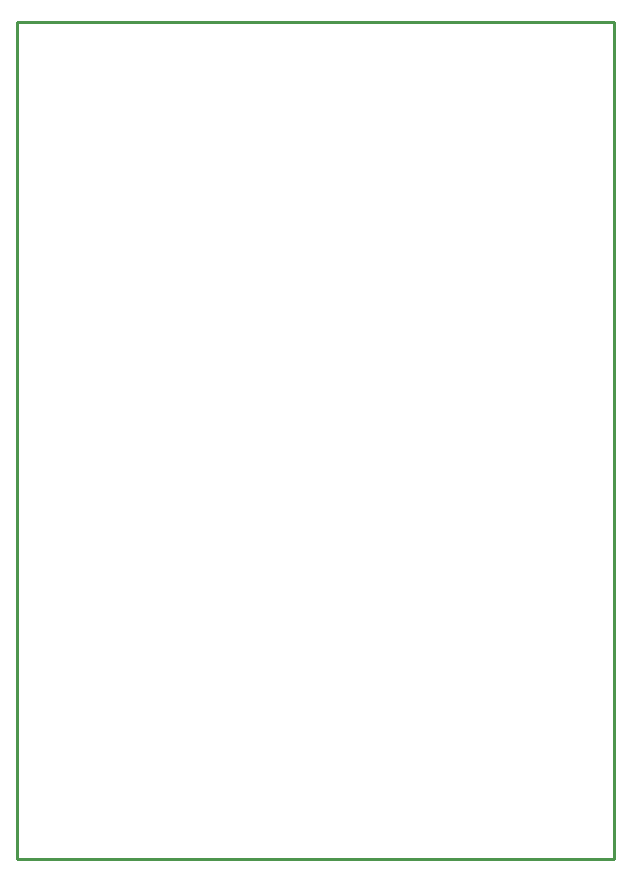
<source format=gbr>
G04 start of page 9 for group -4078 idx -4078 *
G04 Title: (unknown), bottomsilk *
G04 Creator: pcb 20140316 *
G04 CreationDate: Mon 17 Apr 2017 07:18:47 PM GMT UTC *
G04 For: ndholmes *
G04 Format: Gerber/RS-274X *
G04 PCB-Dimensions (mil): 2000.00 2800.00 *
G04 PCB-Coordinate-Origin: lower left *
%MOIN*%
%FSLAX25Y25*%
%LNBOTTOMSILK*%
%ADD83C,0.0100*%
G54D83*X500Y279500D02*X199500D01*
Y500D01*
X500D01*
Y279500D01*
M02*

</source>
